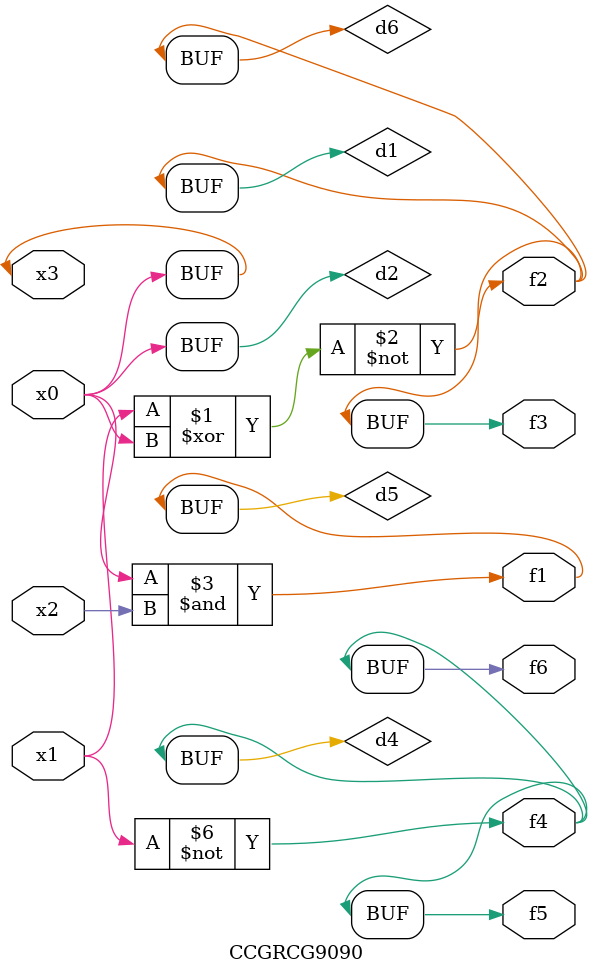
<source format=v>
module CCGRCG9090(
	input x0, x1, x2, x3,
	output f1, f2, f3, f4, f5, f6
);

	wire d1, d2, d3, d4, d5, d6;

	xnor (d1, x1, x3);
	buf (d2, x0, x3);
	nand (d3, x0, x2);
	not (d4, x1);
	nand (d5, d3);
	or (d6, d1);
	assign f1 = d5;
	assign f2 = d6;
	assign f3 = d6;
	assign f4 = d4;
	assign f5 = d4;
	assign f6 = d4;
endmodule

</source>
